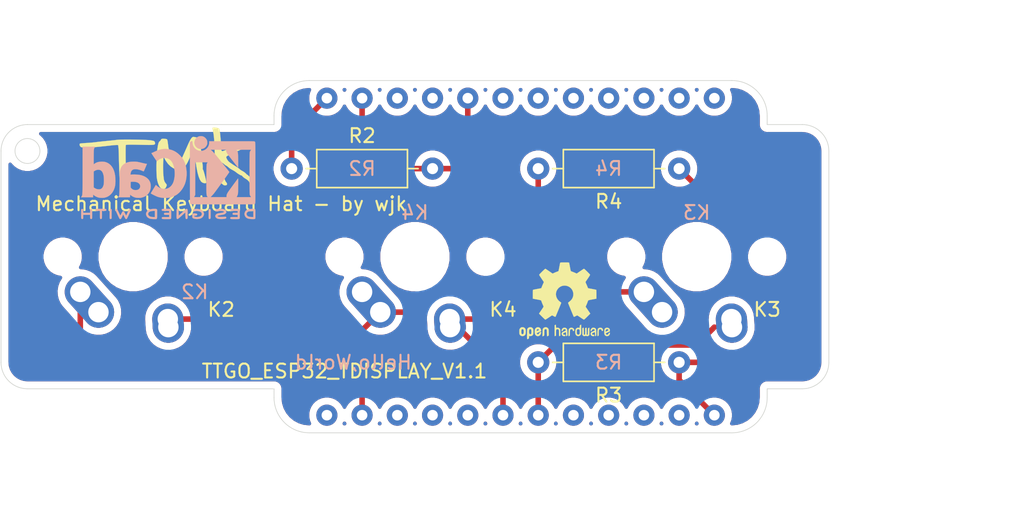
<source format=kicad_pcb>
(kicad_pcb (version 20171130) (host pcbnew "(5.1.9)-1")
  (layers (0 F.Cu signal) (31 B.Cu signal) (34 B.Paste user) (35 F.Paste user) (36 B.SilkS user) (37 F.SilkS user) (38 B.Mask user) (39 F.Mask user) (44 Edge.Cuts user))
  (net 0 "")
  (net 1 "Net-(K1-Pad1)")
  (net 2 "Net-(K1-Pad2)")
  (net 3 "Net-(K2-Pad1)")
  (net 4 "Net-(K3-Pad2)")
  (net 5 "Net-(K3-Pad1)")
  (net 6 "Net-(K4-Pad2)")
  (net 7 "Net-(R1-Pad1)")
  (net 8 "Net-(R3-Pad1)")
  (net 9 "Net-(TTGO1-Pad1)")
  (net 10 "Net-(TTGO1-Pad3)")
  (net 11 "Net-(TTGO1-Pad4)")
  (net 12 "Net-(TTGO1-Pad5)")
  (net 13 "Net-(TTGO1-Pad8)")
  (net 14 "Net-(TTGO1-Pad9)")
  (net 15 "Net-(TTGO1-Pad10)")
  (net 16 "Net-(TTGO1-Pad11)")
  (net 17 "Net-(TTGO1-Pad22)")
  (net 18 "Net-(TTGO1-Pad21)")
  (net 19 "Net-(TTGO1-Pad18)")
  (net 20 "Net-(TTGO1-Pad17)")
  (net 21 "Net-(TTGO1-Pad16)")
  (net 22 "Net-(TTGO1-Pad15)")
  (net 23 "Net-(TTGO1-Pad14)")
  (net 24 "Net-(TTGO1-Pad13)")
  (module Symbol:OSHW-Logo2_7.3x6mm_SilkScreen (layer F.Cu) (at 156.845 111.125)
    (fp_text reference REF** hide)
    (fp_text value OSHW-Logo2_7.3x6mm_SilkScreen hide)
  )
  (module Symbol:KiCad-Logo2_5mm_SilkScreen (layer B.Cu) (at 128.27 102.235 180)
    (fp_text reference REF** hide)
    (fp_text value KiCad-Logo2_5mm_SilkScreen hide)
  )
  (module keyboard_parts:tmk_logo (layer F.Cu) (at 128.27 100.965)
    (fp_text reference G*** hide)
    (fp_text value LOGO hide)
  )
  (module ttgo-tdisplay-kicad-master:TTGO_ESP32_TDisplay_v1.1 (layer F.Cu) (at 123.19 120.65)
    (fp_text reference TTGO1 hide)
    (fp_text value TTGO_ESP32_TDISPLAY_V1.1 (at 17.78 -4.445) (layer F.SilkS))
    (pad 1 thru_hole circle (at 16.51 -1.27) (size 1.524 1.524) (drill 0.762) (layers *.Cu *.Mask) (net 9 "Net-(TTGO1-Pad1)"))
    (pad 2 thru_hole circle (at 19.05 -1.27) (size 1.524 1.524) (drill 0.762) (layers *.Cu *.Mask) (net 5 "Net-(K3-Pad1)"))
    (pad 3 thru_hole circle (at 21.59 -1.27) (size 1.524 1.524) (drill 0.762) (layers *.Cu *.Mask) (net 10 "Net-(TTGO1-Pad3)"))
    (pad 4 thru_hole circle (at 24.13 -1.27) (size 1.524 1.524) (drill 0.762) (layers *.Cu *.Mask) (net 11 "Net-(TTGO1-Pad4)"))
    (pad 5 thru_hole circle (at 26.67 -1.27) (size 1.524 1.524) (drill 0.762) (layers *.Cu *.Mask) (net 12 "Net-(TTGO1-Pad5)"))
    (pad 6 thru_hole circle (at 29.21 -1.27) (size 1.524 1.524) (drill 0.762) (layers *.Cu *.Mask) (net 6 "Net-(K4-Pad2)"))
    (pad 7 thru_hole circle (at 31.75 -1.27) (size 1.524 1.524) (drill 0.762) (layers *.Cu *.Mask) (net 4 "Net-(K3-Pad2)"))
    (pad 8 thru_hole circle (at 34.29 -1.27) (size 1.524 1.524) (drill 0.762) (layers *.Cu *.Mask) (net 13 "Net-(TTGO1-Pad8)"))
    (pad 9 thru_hole circle (at 36.83 -1.27) (size 1.524 1.524) (drill 0.762) (layers *.Cu *.Mask) (net 14 "Net-(TTGO1-Pad9)"))
    (pad 10 thru_hole circle (at 39.37 -1.27) (size 1.524 1.524) (drill 0.762) (layers *.Cu *.Mask) (net 15 "Net-(TTGO1-Pad10)"))
    (pad 11 thru_hole circle (at 41.91 -1.27) (size 1.524 1.524) (drill 0.762) (layers *.Cu *.Mask) (net 16 "Net-(TTGO1-Pad11)"))
    (pad 12 thru_hole circle (at 44.45 -1.27) (size 1.524 1.524) (drill 0.762) (layers *.Cu *.Mask) (net 8 "Net-(R3-Pad1)"))
    (pad 24 thru_hole circle (at 16.51 -24.13) (size 1.524 1.524) (drill 0.762) (layers *.Cu *.Mask) (net 7 "Net-(R1-Pad1)"))
    (pad 23 thru_hole circle (at 19.05 -24.13) (size 1.524 1.524) (drill 0.762) (layers *.Cu *.Mask) (net 2 "Net-(K1-Pad2)"))
    (pad 22 thru_hole circle (at 21.59 -24.13) (size 1.524 1.524) (drill 0.762) (layers *.Cu *.Mask) (net 17 "Net-(TTGO1-Pad22)"))
    (pad 21 thru_hole circle (at 24.13 -24.13) (size 1.524 1.524) (drill 0.762) (layers *.Cu *.Mask) (net 18 "Net-(TTGO1-Pad21)"))
    (pad 20 thru_hole circle (at 26.67 -24.13) (size 1.524 1.524) (drill 0.762) (layers *.Cu *.Mask) (net 3 "Net-(K2-Pad1)"))
    (pad 19 thru_hole circle (at 29.21 -24.13) (size 1.524 1.524) (drill 0.762) (layers *.Cu *.Mask) (net 1 "Net-(K1-Pad1)"))
    (pad 18 thru_hole circle (at 31.75 -24.13) (size 1.524 1.524) (drill 0.762) (layers *.Cu *.Mask) (net 19 "Net-(TTGO1-Pad18)"))
    (pad 17 thru_hole circle (at 34.29 -24.13) (size 1.524 1.524) (drill 0.762) (layers *.Cu *.Mask) (net 20 "Net-(TTGO1-Pad17)"))
    (pad 16 thru_hole circle (at 36.83 -24.13) (size 1.524 1.524) (drill 0.762) (layers *.Cu *.Mask) (net 21 "Net-(TTGO1-Pad16)"))
    (pad 15 thru_hole circle (at 39.37 -24.13) (size 1.524 1.524) (drill 0.762) (layers *.Cu *.Mask) (net 22 "Net-(TTGO1-Pad15)"))
    (pad 14 thru_hole circle (at 41.91 -24.13) (size 1.524 1.524) (drill 0.762) (layers *.Cu *.Mask) (net 23 "Net-(TTGO1-Pad14)"))
    (pad 13 thru_hole circle (at 44.45 -24.13) (size 1.524 1.524) (drill 0.762) (layers *.Cu *.Mask) (net 24 "Net-(TTGO1-Pad13)"))
  )
  (module MX_Alps_Hybrid:MX-1U-NoLED (layer B.Cu) (at 125.73 107.95)
    (fp_text reference K2)
    (fp_text value KEYSW)
    (pad 2 thru_hole oval (at 2.5 4.5 274) (size 2.831378 2.25) (drill 1.47 (offset 0.290689 0)) (layers *.Cu *.Mask) (net 2 "Net-(K1-Pad2)"))
    (pad 2 thru_hole circle (at 2.54 5.08) (size 2.25 2.25) (drill 1.47) (layers *.Cu *.Mask) (net 2 "Net-(K1-Pad2)"))
    (pad 1 thru_hole oval (at -3.81 2.54 312) (size 4.211556 2.25) (drill 1.47 (offset 0.980778 0)) (layers *.Cu *.Mask) (net 3 "Net-(K2-Pad1)"))
    (pad "" np_thru_hole circle (at 0 0) (size 3.9878 3.9878) (drill 3.9878) (layers *.Cu *.Mask))
    (pad 1 thru_hole circle (at -2.5 4) (size 2.25 2.25) (drill 1.47) (layers *.Cu *.Mask) (net 3 "Net-(K2-Pad1)"))
    (pad "" np_thru_hole circle (at -5.08 0 311.9004) (size 1.75 1.75) (drill 1.75) (layers *.Cu *.Mask))
    (pad "" np_thru_hole circle (at 5.08 0 311.9004) (size 1.75 1.75) (drill 1.75) (layers *.Cu *.Mask))
  )
  (module MX_Alps_Hybrid:MX-1U-NoLED (layer B.Cu) (at 166.37 107.95)
    (fp_text reference K3)
    (fp_text value KEYSW)
    (pad 2 thru_hole oval (at 2.5 4.5 274) (size 2.831378 2.25) (drill 1.47 (offset 0.290689 0)) (layers *.Cu *.Mask) (net 4 "Net-(K3-Pad2)"))
    (pad 2 thru_hole circle (at 2.54 5.08) (size 2.25 2.25) (drill 1.47) (layers *.Cu *.Mask) (net 4 "Net-(K3-Pad2)"))
    (pad 1 thru_hole oval (at -3.81 2.54 312) (size 4.211556 2.25) (drill 1.47 (offset 0.980778 0)) (layers *.Cu *.Mask) (net 5 "Net-(K3-Pad1)"))
    (pad "" np_thru_hole circle (at 0 0) (size 3.9878 3.9878) (drill 3.9878) (layers *.Cu *.Mask))
    (pad 1 thru_hole circle (at -2.5 4) (size 2.25 2.25) (drill 1.47) (layers *.Cu *.Mask) (net 5 "Net-(K3-Pad1)"))
    (pad "" np_thru_hole circle (at -5.08 0 311.9004) (size 1.75 1.75) (drill 1.75) (layers *.Cu *.Mask))
    (pad "" np_thru_hole circle (at 5.08 0 311.9004) (size 1.75 1.75) (drill 1.75) (layers *.Cu *.Mask))
  )
  (module MX_Alps_Hybrid:MX-1U-NoLED (layer B.Cu) (at 146.05 107.95)
    (fp_text reference K4)
    (fp_text value KEYSW)
    (pad "" np_thru_hole circle (at 5.08 0 311.9004) (size 1.75 1.75) (drill 1.75) (layers *.Cu *.Mask))
    (pad "" np_thru_hole circle (at -5.08 0 311.9004) (size 1.75 1.75) (drill 1.75) (layers *.Cu *.Mask))
    (pad 1 thru_hole circle (at -2.5 4) (size 2.25 2.25) (drill 1.47) (layers *.Cu *.Mask) (net 5 "Net-(K3-Pad1)"))
    (pad "" np_thru_hole circle (at 0 0) (size 3.9878 3.9878) (drill 3.9878) (layers *.Cu *.Mask))
    (pad 1 thru_hole oval (at -3.81 2.54 312) (size 4.211556 2.25) (drill 1.47 (offset 0.980778 0)) (layers *.Cu *.Mask) (net 5 "Net-(K3-Pad1)"))
    (pad 2 thru_hole circle (at 2.54 5.08) (size 2.25 2.25) (drill 1.47) (layers *.Cu *.Mask) (net 6 "Net-(K4-Pad2)"))
    (pad 2 thru_hole oval (at 2.5 4.5 274) (size 2.831378 2.25) (drill 1.47 (offset 0.290689 0)) (layers *.Cu *.Mask) (net 6 "Net-(K4-Pad2)"))
  )
  (module Resistor_THT:R_Axial_DIN0207_L6.3mm_D2.5mm_P10.16mm_Horizontal (layer F.Cu) (at 137.16 101.6)
    (fp_text reference R2 (at 5.08 -2.37) (layer F.SilkS))
    (fp_text value R)
    (pad 2 thru_hole oval (at 10.16 0) (size 1.6 1.6) (drill 0.8) (layers *.Cu *.Mask) (net 3 "Net-(K2-Pad1)"))
    (pad 1 thru_hole circle (at 0 0) (size 1.6 1.6) (drill 0.8) (layers *.Cu *.Mask) (net 7 "Net-(R1-Pad1)"))
  )
  (module Resistor_THT:R_Axial_DIN0207_L6.3mm_D2.5mm_P10.16mm_Horizontal (layer F.Cu) (at 165.1 115.57 180)
    (fp_text reference R3 (at 5.08 -2.37) (layer F.SilkS))
    (fp_text value R)
    (pad 1 thru_hole circle (at 0 0 180) (size 1.6 1.6) (drill 0.8) (layers *.Cu *.Mask) (net 8 "Net-(R3-Pad1)"))
    (pad 2 thru_hole oval (at 10.16 0 180) (size 1.6 1.6) (drill 0.8) (layers *.Cu *.Mask) (net 4 "Net-(K3-Pad2)"))
  )
  (module Resistor_THT:R_Axial_DIN0207_L6.3mm_D2.5mm_P10.16mm_Horizontal (layer F.Cu) (at 165.1 101.6 180)
    (fp_text reference R4 (at 5.08 -2.37) (layer F.SilkS))
    (fp_text value R)
    (pad 2 thru_hole oval (at 10.16 0 180) (size 1.6 1.6) (drill 0.8) (layers *.Cu *.Mask) (net 6 "Net-(K4-Pad2)"))
    (pad 1 thru_hole circle (at 0 0 180) (size 1.6 1.6) (drill 0.8) (layers *.Cu *.Mask) (net 8 "Net-(R3-Pad1)"))
  )
  (gr_text Hello,World (at 141.605 115.57) (layer B.SilkS) (effects (font (size 1 1)) (justify mirror)))
  (gr_circle (center 118.11 100.33) (end 118.745 99.695) (layer Edge.Cuts) (width 0.05))
  (gr_line (start 118.11 98.425) (end 135.89 98.425) (layer Edge.Cuts) (width 0.05))
  (gr_line (start 116.205 115.57) (end 116.205 100.33) (layer Edge.Cuts) (width 0.05))
  (gr_line (start 135.89 117.475) (end 118.11 117.475) (layer Edge.Cuts) (width 0.05))
  (gr_arc (start 118.11 115.57) (end 116.205 115.57) (angle -90) (layer Edge.Cuts) (width 0.05))
  (gr_arc (start 118.11 100.33) (end 118.11 98.425) (angle -90) (layer Edge.Cuts) (width 0.05))
  (gr_line (start 173.99 98.425) (end 171.45 98.425) (layer Edge.Cuts) (width 0.05))
  (gr_line (start 175.895 115.57) (end 175.895 100.33) (layer Edge.Cuts) (width 0.05))
  (gr_line (start 171.45 117.475) (end 173.99 117.475) (layer Edge.Cuts) (width 0.05))
  (gr_arc (start 173.99 115.57) (end 173.99 117.475) (angle -90) (layer Edge.Cuts) (width 0.05))
  (gr_arc (start 173.99 100.33) (end 175.895 100.33) (angle -90) (layer Edge.Cuts) (width 0.05))
  (gr_text R3 (at 160.02 115.57) (layer B.SilkS) (effects (font (size 1 1)) (justify mirror)))
  (gr_text R2 (at 142.24 101.6) (layer B.SilkS) (effects (font (size 1 1)) (justify mirror)))
  (gr_text R4 (at 160.02 101.6) (layer B.SilkS) (effects (font (size 1 1)) (justify mirror)))
  (gr_text K3 (at 166.37 104.775) (layer B.SilkS) (effects (font (size 1 1)) (justify mirror)))
  (gr_text K4 (at 146.05 104.775) (layer B.SilkS) (effects (font (size 1 1)) (justify mirror)))
  (gr_text K2 (at 130.175 110.49) (layer B.SilkS) (effects (font (size 1 1)) (justify mirror)))
  (gr_line (start 135.89 98.425) (end 135.89 97.79) (layer Edge.Cuts) (width 0.05))
  (gr_line (start 135.89 118.11) (end 135.89 117.475) (layer Edge.Cuts) (width 0.05))
  (gr_line (start 171.45 117.475) (end 171.45 118.11) (layer Edge.Cuts) (width 0.05))
  (gr_line (start 171.45 97.79) (end 171.45 98.425) (layer Edge.Cuts) (width 0.05))
  (gr_line (start 138.43 120.65) (end 168.91 120.65) (layer Edge.Cuts) (width 0.05))
  (gr_arc (start 138.43 118.11) (end 135.89 118.11) (angle -90) (layer Edge.Cuts) (width 0.05))
  (gr_line (start 138.43 95.25) (end 168.91 95.25) (layer Edge.Cuts) (width 0.05))
  (gr_arc (start 138.43 97.79) (end 138.43 95.25) (angle -90) (layer Edge.Cuts) (width 0.05))
  (gr_arc (start 168.91 97.79) (end 171.45 97.79) (angle -90) (layer Edge.Cuts) (width 0.05))
  (gr_text "Mechanical Keyboard Hat - by wjk" (at 132.08 104.14) (layer F.SilkS) (effects (font (size 1 1))))
  (gr_text K2 (at 132.08 111.76) (layer F.SilkS) (effects (font (size 1 1))))
  (gr_text K4 (at 152.4 111.76) (layer F.SilkS) (effects (font (size 1 1))))
  (gr_text K3 (at 171.45 111.76) (layer F.SilkS) (effects (font (size 1 1))))
  (gr_arc (start 168.91 118.11) (end 168.91 120.65) (angle -90) (layer Edge.Cuts) (width 0.05))
  (segment (start 142.24 100.33) (end 142.24 96.52) (width 0.4) (layer F.Cu) (net 2))
  (segment (start 138.43 104.14) (end 142.24 100.33) (width 0.4) (layer F.Cu) (net 2))
  (segment (start 130.12 112.45) (end 138.43 104.14) (width 0.4) (layer F.Cu) (net 2))
  (segment (start 128.23 112.45) (end 130.12 112.45) (width 0.4) (layer F.Cu) (net 2))
  (segment (start 139.7 105.41) (end 143.51 101.6) (width 0.4) (layer F.Cu) (net 3))
  (segment (start 143.51 101.6) (end 147.32 101.6) (width 0.4) (layer F.Cu) (net 3))
  (segment (start 147.32 101.6) (end 149.86 101.6) (width 0.4) (layer F.Cu) (net 3))
  (segment (start 149.86 101.6) (end 149.86 96.52) (width 0.4) (layer F.Cu) (net 3))
  (segment (start 121.92 110.64) (end 123.23 111.95) (width 0.4) (layer F.Cu) (net 3))
  (segment (start 121.92 110.49) (end 121.92 110.64) (width 0.4) (layer F.Cu) (net 3))
  (segment (start 121.92 110.49) (end 121.92 115.57) (width 0.4) (layer F.Cu) (net 3))
  (segment (start 129.54 115.57) (end 139.7 105.41) (width 0.4) (layer F.Cu) (net 3))
  (segment (start 121.92 115.57) (end 129.54 115.57) (width 0.4) (layer F.Cu) (net 3))
  (segment (start 154.94 119.38) (end 154.94 115.57) (width 0.4) (layer F.Cu) (net 4))
  (segment (start 156.190001 114.319999) (end 166.350001 114.319999) (width 0.4) (layer F.Cu) (net 4))
  (segment (start 154.94 115.57) (end 156.190001 114.319999) (width 0.4) (layer F.Cu) (net 4))
  (segment (start 166.350001 114.319999) (end 167.64 113.03) (width 0.4) (layer F.Cu) (net 4))
  (segment (start 168.87 112.99) (end 168.91 113.03) (width 0.4) (layer F.Cu) (net 4))
  (segment (start 168.87 112.45) (end 168.87 112.99) (width 0.4) (layer F.Cu) (net 4))
  (segment (start 142.24 113.26) (end 143.55 111.95) (width 0.4) (layer F.Cu) (net 5))
  (segment (start 142.24 119.38) (end 142.24 113.26) (width 0.4) (layer F.Cu) (net 5))
  (segment (start 142.24 110.64) (end 143.55 111.95) (width 0.4) (layer F.Cu) (net 5))
  (segment (start 142.24 110.49) (end 142.24 110.64) (width 0.4) (layer F.Cu) (net 5))
  (segment (start 161.868998 110.49) (end 162.56 110.49) (width 0.4) (layer F.Cu) (net 5))
  (segment (start 145.86 111.95) (end 143.55 111.95) (width 0.4) (layer F.Cu) (net 5))
  (segment (start 147.32 110.49) (end 145.86 111.95) (width 0.4) (layer F.Cu) (net 5))
  (segment (start 151.13 110.49) (end 147.32 110.49) (width 0.4) (layer F.Cu) (net 5))
  (segment (start 153.67 107.95) (end 151.13 110.49) (width 0.4) (layer F.Cu) (net 5))
  (segment (start 152.4 102.87) (end 153.67 104.14) (width 0.4) (layer F.Cu) (net 5))
  (segment (start 157.48 99.06) (end 152.4 99.06) (width 0.4) (layer F.Cu) (net 5))
  (segment (start 153.67 104.14) (end 153.67 107.95) (width 0.4) (layer F.Cu) (net 5))
  (segment (start 157.48 107.95) (end 157.48 99.06) (width 0.4) (layer F.Cu) (net 5))
  (segment (start 152.4 99.06) (end 152.4 102.87) (width 0.4) (layer F.Cu) (net 5))
  (segment (start 160.02 110.49) (end 157.48 107.95) (width 0.4) (layer F.Cu) (net 5))
  (segment (start 162.56 110.49) (end 160.02 110.49) (width 0.4) (layer F.Cu) (net 5))
  (segment (start 152.4 116.3) (end 148.55 112.45) (width 0.4) (layer F.Cu) (net 6))
  (segment (start 152.4 119.38) (end 152.4 116.3) (width 0.4) (layer F.Cu) (net 6))
  (segment (start 148.55 112.45) (end 151.71 112.45) (width 0.4) (layer F.Cu) (net 6))
  (segment (start 154.94 109.22) (end 154.94 101.6) (width 0.4) (layer F.Cu) (net 6))
  (segment (start 151.71 112.45) (end 154.94 109.22) (width 0.4) (layer F.Cu) (net 6))
  (segment (start 137.16 99.06) (end 139.7 96.52) (width 0.4) (layer F.Cu) (net 7))
  (segment (start 137.16 101.6) (end 137.16 99.06) (width 0.4) (layer F.Cu) (net 7))
  (segment (start 165.1 116.84) (end 167.64 119.38) (width 0.4) (layer F.Cu) (net 8))
  (segment (start 165.1 115.57) (end 165.1 116.84) (width 0.4) (layer F.Cu) (net 8))
  (segment (start 169.545 106.045) (end 165.1 101.6) (width 0.4) (layer F.Cu) (net 8))
  (segment (start 173.99 106.045) (end 169.545 106.045) (width 0.4) (layer F.Cu) (net 8))
  (segment (start 173.99 115.57) (end 173.99 106.045) (width 0.4) (layer F.Cu) (net 8))
  (segment (start 165.1 115.57) (end 173.99 115.57) (width 0.4) (layer F.Cu) (net 8))
  (zone (net 0) (net_name "") (layer F.Cu) (connect_pads (clearance 0.508)) (min_thickness 0.254) (fill yes (arc_segments 32) (thermal_gap 0.508) (thermal_bridge_width 0.508))
    (polygon (pts (xy 175.895 120.65) (xy 116.205 120.65) (xy 116.205 95.25) (xy 175.895 95.25)))
  )
  (zone (net 0) (net_name "") (layer B.Cu) (connect_pads (clearance 0.508)) (min_thickness 0.254) (fill yes (arc_segments 32) (thermal_gap 0.508) (thermal_bridge_width 0.508))
    (polygon (pts (xy 175.895 120.65) (xy 116.205 120.65) (xy 116.205 95.25) (xy 175.895 95.25)))
  )
)
</source>
